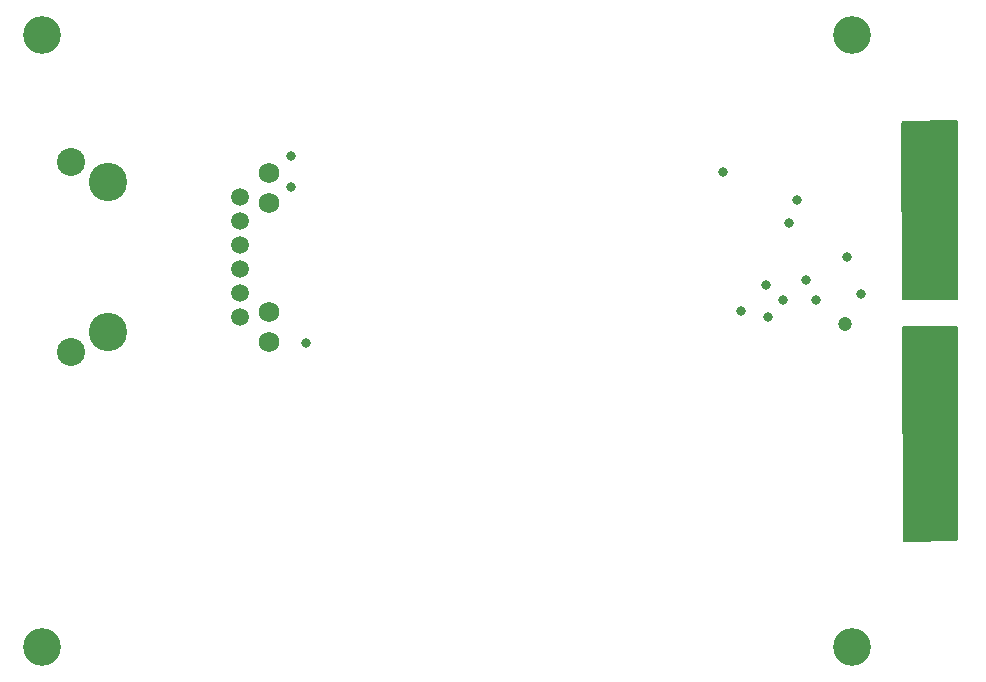
<source format=gbr>
%TF.GenerationSoftware,KiCad,Pcbnew,7.0.2*%
%TF.CreationDate,2024-05-19T13:58:45+02:00*%
%TF.ProjectId,dsoxlan,64736f78-6c61-46e2-9e6b-696361645f70,rev?*%
%TF.SameCoordinates,Original*%
%TF.FileFunction,Soldermask,Bot*%
%TF.FilePolarity,Negative*%
%FSLAX46Y46*%
G04 Gerber Fmt 4.6, Leading zero omitted, Abs format (unit mm)*
G04 Created by KiCad (PCBNEW 7.0.2) date 2024-05-19 13:58:45*
%MOMM*%
%LPD*%
G01*
G04 APERTURE LIST*
%ADD10R,3.600000X0.550000*%
%ADD11C,3.250000*%
%ADD12C,1.520000*%
%ADD13C,1.750000*%
%ADD14C,2.370000*%
%ADD15C,3.200000*%
%ADD16C,0.800000*%
%ADD17C,1.200000*%
G04 APERTURE END LIST*
D10*
%TO.C,P2*%
X190754000Y-104750000D03*
X190754000Y-103950000D03*
X190754000Y-103150000D03*
X190754000Y-102350000D03*
X190754000Y-101550000D03*
X190754000Y-100750000D03*
X190754000Y-99950000D03*
X190754000Y-99150000D03*
X190754000Y-98350000D03*
X190754000Y-97550000D03*
X190754000Y-96750000D03*
X190754000Y-95950000D03*
X190754000Y-95150000D03*
X190754000Y-94350000D03*
X190754000Y-93550000D03*
X190754000Y-92750000D03*
X190754000Y-91950000D03*
X190754000Y-91150000D03*
X190754000Y-90350000D03*
X190754000Y-89550000D03*
X190754000Y-88750000D03*
X190754000Y-87950000D03*
X190754000Y-83950000D03*
X190754000Y-83150000D03*
X190754000Y-82350000D03*
X190754000Y-81550000D03*
X190754000Y-80750000D03*
X190754000Y-79950000D03*
X190754000Y-79150000D03*
X190754000Y-78350000D03*
X190754000Y-77550000D03*
X190754000Y-76750000D03*
X190754000Y-75950000D03*
X190754000Y-75150000D03*
X190754000Y-74350000D03*
X190754000Y-73550000D03*
X190754000Y-72750000D03*
X190754000Y-71950000D03*
X190754000Y-71150000D03*
X190754000Y-70350000D03*
%TD*%
D11*
%TO.C,P1*%
X121130000Y-87640000D03*
X121130000Y-74940000D03*
D12*
X132300000Y-86360000D03*
X132300000Y-84330000D03*
X132300000Y-82300000D03*
X132300000Y-80270000D03*
X132300000Y-78240000D03*
X132300000Y-76210000D03*
D13*
X134770000Y-88510000D03*
X134770000Y-85970000D03*
X134770000Y-76720000D03*
X134770000Y-74180000D03*
D14*
X117960000Y-73230000D03*
X117960000Y-89360000D03*
%TD*%
D15*
%TO.C,H102*%
X115570000Y-114300000D03*
%TD*%
%TO.C,H101*%
X115570000Y-62484000D03*
%TD*%
%TO.C,H103*%
X184150000Y-62484000D03*
%TD*%
%TO.C,H104*%
X184150000Y-114300000D03*
%TD*%
D16*
X136600000Y-72700000D03*
X183680000Y-81280000D03*
X184900000Y-84400000D03*
X179500000Y-76500000D03*
X136600000Y-75400000D03*
X177000000Y-86400000D03*
X137900000Y-88600000D03*
D17*
X183515000Y-86995000D03*
D16*
X181100000Y-84900000D03*
X180200000Y-83198494D03*
X178270792Y-84949500D03*
X176800000Y-83700000D03*
X174700000Y-85900000D03*
X173160000Y-74100000D03*
X178800000Y-78400000D03*
G36*
X193040852Y-69720921D02*
G01*
X193087697Y-69772760D01*
X193100000Y-69826610D01*
X193100000Y-84839000D01*
X193080315Y-84906039D01*
X193027511Y-84951794D01*
X192976000Y-84963000D01*
X188466246Y-84963000D01*
X188399207Y-84943315D01*
X188353452Y-84890511D01*
X188342246Y-84839348D01*
X188300342Y-69921784D01*
X188319839Y-69854690D01*
X188372514Y-69808787D01*
X188421759Y-69797463D01*
X192973417Y-69702637D01*
X193040852Y-69720921D01*
G37*
G36*
X193043039Y-87141685D02*
G01*
X193088794Y-87194489D01*
X193100000Y-87246000D01*
X193100000Y-105178610D01*
X193080315Y-105245649D01*
X193027511Y-105291404D01*
X192978638Y-105302582D01*
X188526283Y-105397313D01*
X188458840Y-105379059D01*
X188411972Y-105327240D01*
X188399645Y-105273689D01*
X188349006Y-87246348D01*
X188368503Y-87179254D01*
X188421178Y-87133351D01*
X188473006Y-87122000D01*
X192976000Y-87122000D01*
X193043039Y-87141685D01*
G37*
M02*

</source>
